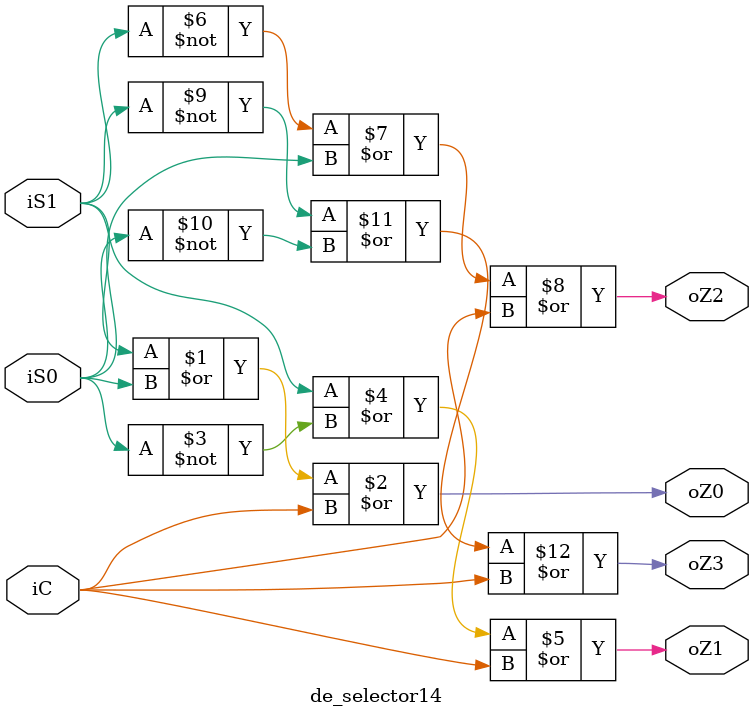
<source format=v>
`timescale 1ns / 1ps


module de_selector14(
    input iC,
    input iS1,
    input iS0,
    output oZ0,
    output oZ1,
    output oZ2,
    output oZ3
    );
    or(oZ0,iS1,iS0,iC);
    or(oZ1,iS1,~iS0,iC);
    or(oZ2,~iS1,iS0,iC);
    or(oZ3,~iS1,~iS0,iC);
endmodule

</source>
